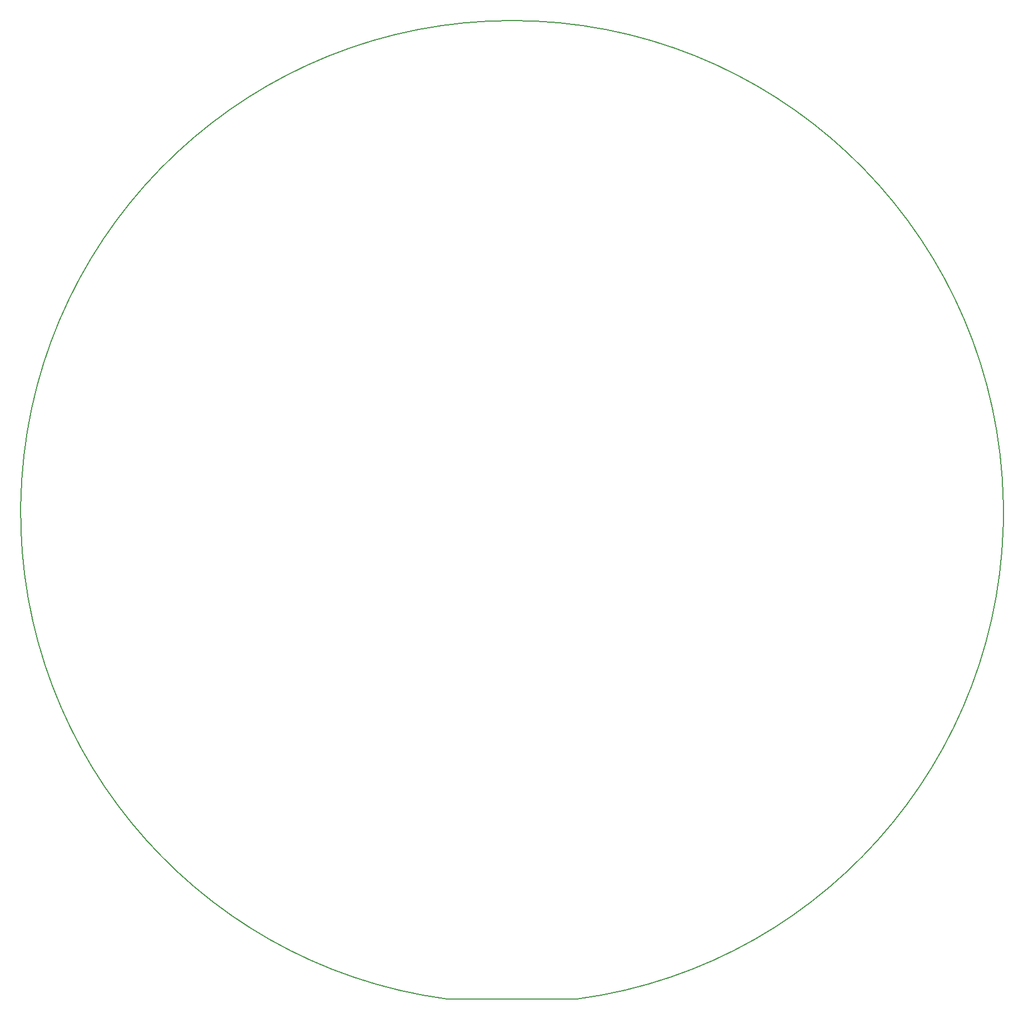
<source format=gbr>
G04 #@! TF.GenerationSoftware,KiCad,Pcbnew,(5.1.2)-1*
G04 #@! TF.CreationDate,2019-06-19T21:40:16-04:00*
G04 #@! TF.ProjectId,flicker,666c6963-6b65-4722-9e6b-696361645f70,rev?*
G04 #@! TF.SameCoordinates,Original*
G04 #@! TF.FileFunction,Profile,NP*
%FSLAX46Y46*%
G04 Gerber Fmt 4.6, Leading zero omitted, Abs format (unit mm)*
G04 Created by KiCad (PCBNEW (5.1.2)-1) date 2019-06-19 21:40:16*
%MOMM*%
%LPD*%
G04 APERTURE LIST*
%ADD10C,0.200000*%
G04 APERTURE END LIST*
D10*
X98538060Y-173961034D02*
G75*
G02X118506260Y-173956763I9968200J74334614D01*
G01*
X118506260Y-173956763D02*
X98544380Y-173962060D01*
M02*

</source>
